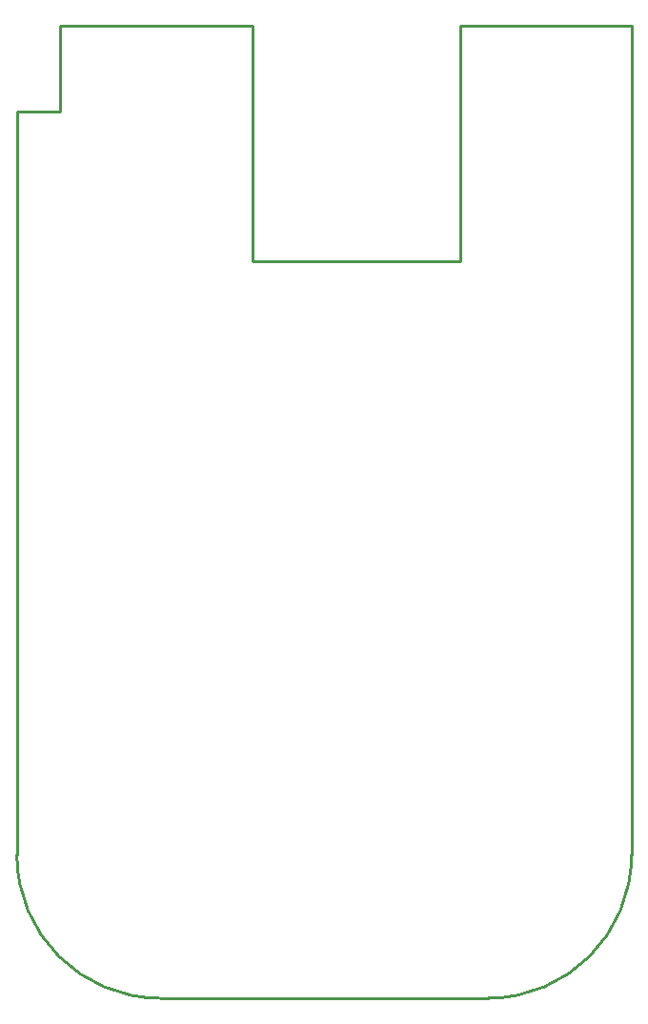
<source format=gbr>
G04 start of page 4 for group 2 idx 4 *
G04 Title: (unknown), outline *
G04 Creator: pcb 4.0.2 *
G04 CreationDate: Fri Mar 27 01:18:50 2020 UTC *
G04 For: kevin *
G04 Format: Gerber/RS-274X *
G04 PCB-Dimensions (mil): 6000.00 5000.00 *
G04 PCB-Coordinate-Origin: lower left *
%MOIN*%
%FSLAX25Y25*%
%LNOUTLINE*%
%ADD41C,0.0100*%
G54D41*X62500Y17500D02*X177500D01*
X227500Y67500D02*Y357500D01*
X167500D01*
Y275000D01*
X95000D01*
Y357500D01*
X27500D02*Y327500D01*
X12500D01*
Y67500D01*
X27500Y357500D02*X95000D01*
X177500Y17500D02*G75*G03X227500Y67500I0J50000D01*G01*
X62500Y17500D02*G75*G02X12500Y67500I0J50000D01*G01*
M02*

</source>
